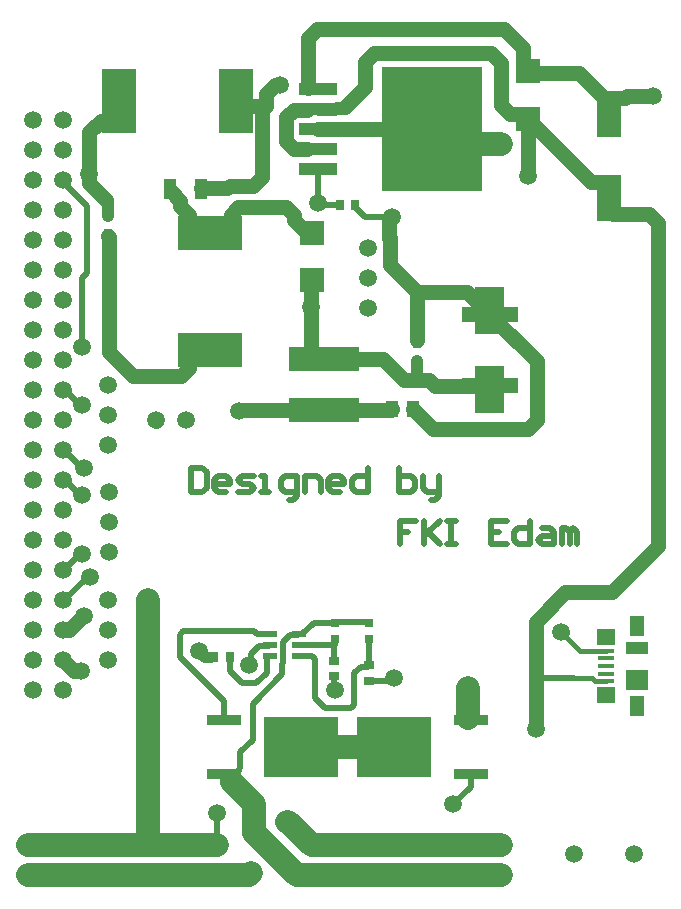
<source format=gbr>
%TF.GenerationSoftware,Altium Limited,Altium Designer,24.8.2 (39)*%
G04 Layer_Physical_Order=1*
G04 Layer_Color=255*
%FSLAX23Y23*%
%MOIN*%
%TF.SameCoordinates,E7E5857B-D81F-4818-B411-2ABEDC566613*%
%TF.FilePolarity,Positive*%
%TF.FileFunction,Copper,L1,Top,Signal*%
%TF.Part,Single*%
G01*
G75*
%TA.AperFunction,SMDPad,CuDef*%
%ADD10R,0.213X0.114*%
%ADD11R,0.045X0.024*%
%ADD12R,0.031X0.037*%
%ADD13R,0.033X0.030*%
%ADD14R,0.079X0.157*%
%ADD15R,0.028X0.028*%
%TA.AperFunction,ConnectorPad*%
%ADD16R,0.051X0.065*%
%ADD17R,0.075X0.071*%
%ADD18R,0.075X0.039*%
%ADD19R,0.061X0.056*%
%ADD20R,0.054X0.018*%
%TA.AperFunction,SMDPad,CuDef*%
%ADD21R,0.043X0.067*%
%ADD22R,0.117X0.038*%
%ADD23R,0.247X0.200*%
%ADD24R,0.126X0.041*%
%ADD25R,0.333X0.415*%
%ADD26R,0.079X0.079*%
%ADD27R,0.044X0.058*%
%ADD28R,0.236X0.079*%
%TA.AperFunction,ConnectorPad*%
%ADD29R,0.114X0.213*%
%TA.AperFunction,SMDPad,CuDef*%
%ADD30R,0.030X0.033*%
%TA.AperFunction,Conductor*%
%ADD31C,0.051*%
%ADD32C,0.020*%
%ADD33C,0.018*%
%ADD34C,0.079*%
%ADD35C,0.035*%
%ADD36C,0.043*%
%ADD37C,0.039*%
%TA.AperFunction,NonConductor*%
%ADD38C,0.020*%
%TA.AperFunction,ComponentPad*%
%ADD39C,0.059*%
%TA.AperFunction,ViaPad*%
%ADD40C,0.059*%
G36*
X1569Y1766D02*
Y1805D01*
X1667D01*
Y1766D01*
X1711D01*
Y1715D01*
X1667D01*
Y1648D01*
X1569D01*
Y1715D01*
X1526D01*
Y1766D01*
X1569D01*
D02*
G37*
G36*
Y2002D02*
Y2069D01*
X1667D01*
Y2002D01*
X1711D01*
Y1951D01*
X1667D01*
Y1911D01*
X1569D01*
Y1951D01*
X1526D01*
Y2002D01*
X1569D01*
D02*
G37*
D10*
X685Y2249D02*
D03*
Y1859D02*
D03*
D11*
X982Y911D02*
D03*
Y874D02*
D03*
Y837D02*
D03*
X884D02*
D03*
Y874D02*
D03*
Y911D02*
D03*
D12*
X751Y835D02*
D03*
X698D02*
D03*
D13*
X1098Y823D02*
D03*
Y772D02*
D03*
X1217Y807D02*
D03*
Y756D02*
D03*
D14*
X2016Y2364D02*
D03*
Y2644D02*
D03*
D15*
X1217Y895D02*
D03*
Y950D02*
D03*
X346Y2248D02*
D03*
Y2303D02*
D03*
X1374Y1823D02*
D03*
Y1878D02*
D03*
X1102Y894D02*
D03*
Y949D02*
D03*
D16*
X2108Y672D02*
D03*
Y938D02*
D03*
D17*
Y760D02*
D03*
D18*
Y866D02*
D03*
D19*
X2007Y707D02*
D03*
Y903D02*
D03*
D20*
X2004Y754D02*
D03*
Y780D02*
D03*
Y805D02*
D03*
Y831D02*
D03*
Y856D02*
D03*
D21*
X654Y2396D02*
D03*
X551D02*
D03*
D22*
X1554Y445D02*
D03*
Y625D02*
D03*
X733Y445D02*
D03*
Y625D02*
D03*
D23*
X1298Y535D02*
D03*
X988D02*
D03*
D24*
X1046Y2661D02*
D03*
Y2594D02*
D03*
Y2528D02*
D03*
Y2461D02*
D03*
Y2728D02*
D03*
D25*
X1425Y2594D02*
D03*
D26*
X1024Y2248D02*
D03*
Y2091D02*
D03*
X1618Y1740D02*
D03*
Y1976D02*
D03*
X1744Y2630D02*
D03*
Y2787D02*
D03*
D27*
X1291Y1661D02*
D03*
X1362D02*
D03*
D28*
X1067Y1829D02*
D03*
Y1659D02*
D03*
D29*
X771Y2690D02*
D03*
X381D02*
D03*
D30*
X1118Y2343D02*
D03*
X1169D02*
D03*
D31*
X283Y2415D02*
Y2444D01*
Y2584D01*
X321Y2621D02*
X349D01*
X384Y2655D02*
Y2666D01*
X349Y2621D02*
X384Y2655D01*
X283Y2584D02*
X321Y2621D01*
X195Y926D02*
X214D01*
X194Y924D02*
X195Y926D01*
X262Y973D02*
X264D01*
X214Y926D02*
X262Y973D01*
X2030Y2311D02*
X2148D01*
X2178Y1206D02*
Y2281D01*
X2024Y1051D02*
X2178Y1206D01*
X2148Y2311D02*
X2178Y2281D01*
X2016Y2325D02*
X2030Y2311D01*
X616Y2281D02*
X648Y2249D01*
X616Y2281D02*
Y2309D01*
X648Y2249D02*
X685D01*
X586Y2339D02*
Y2356D01*
Y2339D02*
X616Y2309D01*
X680Y2239D02*
Y2249D01*
Y2239D02*
X713D01*
X555Y2388D02*
X586Y2356D01*
X350Y1852D02*
Y2236D01*
X346Y2240D02*
X350Y2236D01*
X616Y1799D02*
Y1828D01*
X430Y1773D02*
X590D01*
X350Y1852D02*
X430Y1773D01*
X648Y1859D02*
X685D01*
X616Y1828D02*
X648Y1859D01*
X590Y1773D02*
X616Y1799D01*
X940Y2336D02*
X967Y2309D01*
X1010Y2262D02*
X1024Y2248D01*
X967Y2292D02*
X997Y2262D01*
X967Y2292D02*
Y2309D01*
X997Y2262D02*
X1010D01*
X780Y2336D02*
X940D01*
X829Y2406D02*
X859Y2436D01*
X751Y2406D02*
X829D01*
X754Y2281D02*
Y2309D01*
X741Y2397D02*
X751Y2406D01*
X657Y2397D02*
X741D01*
X713Y2239D02*
X754Y2281D01*
X859Y2436D02*
Y2667D01*
X754Y2309D02*
X780Y2336D01*
X776Y2673D02*
X872D01*
X1136Y2669D02*
X1201Y2734D01*
X1046Y2594D02*
X1425D01*
X1201Y2734D02*
Y2820D01*
X938Y2555D02*
Y2634D01*
X964Y2660D01*
X938Y2555D02*
X964Y2529D01*
X1008D01*
X964Y2660D02*
X1008D01*
X1744Y2787D02*
X1748Y2783D01*
X1730Y2801D02*
X1744Y2787D01*
X1283Y2233D02*
Y2293D01*
X1291Y2301D01*
X1285Y2141D02*
Y2231D01*
Y2141D02*
X1374Y2053D01*
X1291Y2301D02*
Y2303D01*
X1283Y2233D02*
X1285Y2231D01*
X283Y2415D02*
X339Y2360D01*
X1043Y2929D02*
X1665D01*
X1730Y2801D02*
Y2864D01*
X1665Y2929D02*
X1730Y2864D01*
X1623Y2850D02*
X1657Y2816D01*
Y2674D02*
Y2816D01*
X1231Y2850D02*
X1623D01*
X2077Y2705D02*
X2161D01*
X2069Y2697D02*
X2077Y2705D01*
X2030Y2697D02*
X2069D01*
X2016Y2683D02*
X2030Y2697D01*
X2016Y2644D02*
Y2683D01*
X1915Y2783D02*
X2016Y2683D01*
X1748Y2783D02*
X1915D01*
X1744Y1594D02*
X1774Y1624D01*
Y1821D01*
X1857Y918D02*
X1859D01*
X1542Y2053D02*
X1618Y1976D01*
X1374Y2053D02*
X1542D01*
X1374Y1891D02*
Y2053D01*
X1618Y1976D02*
X1774Y1821D01*
X1430Y1594D02*
X1744D01*
X1362Y1661D02*
X1363D01*
X1430Y1594D01*
X1013Y2899D02*
X1043Y2929D01*
X1013Y2733D02*
Y2899D01*
X346Y925D02*
X346Y925D01*
X1035Y1829D02*
X1067D01*
X1022Y1843D02*
Y2001D01*
Y1843D02*
X1035Y1829D01*
X1022Y2001D02*
X1023Y2002D01*
Y2090D02*
X1024Y2091D01*
X1023Y2002D02*
Y2090D01*
X781Y1654D02*
X784D01*
X790Y1659D02*
X1067D01*
X784Y1654D02*
X790Y1659D01*
X196Y824D02*
X232Y789D01*
X194Y824D02*
X196D01*
X232Y789D02*
X255D01*
X257Y787D01*
X1687Y2644D02*
X1730D01*
X1657Y2674D02*
X1687Y2644D01*
X872Y2673D02*
Y2712D01*
X775Y2674D02*
X776Y2673D01*
X902Y2742D02*
X920D01*
X872Y2712D02*
X902Y2742D01*
X1744Y2439D02*
Y2630D01*
X1772Y817D02*
Y858D01*
X505Y1623D02*
Y1626D01*
X346Y825D02*
X346Y825D01*
X194Y824D02*
X194Y825D01*
X1067Y1659D02*
X1068Y1660D01*
X1290D02*
X1291Y1661D01*
X1068Y1660D02*
X1290D01*
X1374Y1760D02*
X1417D01*
X1331D02*
X1374D01*
X1437Y1740D02*
X1618D01*
X1417Y1760D02*
X1437Y1740D01*
X1146Y1829D02*
X1262D01*
X1331Y1760D01*
X1730Y2644D02*
X1744Y2630D01*
X1201Y2820D02*
X1231Y2850D01*
X1957Y2417D02*
X2002D01*
X1744Y2630D02*
X1957Y2417D01*
X2002D02*
X2016Y2404D01*
Y2364D02*
Y2404D01*
X1772Y858D02*
Y953D01*
Y764D02*
Y817D01*
Y594D02*
Y764D01*
Y953D02*
X1870Y1051D01*
X2024D01*
X2016Y2325D02*
Y2364D01*
D32*
X194Y1524D02*
X199D01*
X259Y1465D02*
X264D01*
X199Y1524D02*
X259Y1465D01*
X201Y1417D02*
X209D01*
X252Y1374D01*
X260D01*
X194Y1424D02*
X201Y1417D01*
X194Y1724D02*
X201D01*
X251Y1674D01*
X259D01*
X1165Y2339D02*
X1201Y2303D01*
X1217Y756D02*
X1281D01*
X1289Y764D01*
X828Y560D02*
Y680D01*
X925Y777D01*
X784Y517D02*
X828Y560D01*
X1167Y676D02*
Y782D01*
X1156Y664D02*
X1167Y676D01*
Y782D02*
X1189Y803D01*
X1213D02*
X1217Y807D01*
X1189Y803D02*
X1213D01*
X1098Y728D02*
X1103Y724D01*
X1098Y728D02*
Y762D01*
X1035Y697D02*
X1068Y665D01*
X1124Y664D02*
X1156D01*
X1124Y665D02*
X1124Y664D01*
X1068Y665D02*
X1124D01*
X823Y814D02*
Y846D01*
X816Y807D02*
X823Y814D01*
Y846D02*
X850Y872D01*
X882D02*
X884Y874D01*
X850Y872D02*
X882D01*
Y835D02*
X884Y837D01*
X873Y833D02*
X875Y831D01*
Y782D02*
Y831D01*
X840Y747D02*
X875Y782D01*
X791Y747D02*
X840D01*
X873Y835D02*
X882D01*
X925Y777D02*
Y813D01*
X751Y788D02*
Y829D01*
X873Y833D02*
Y835D01*
X751Y788D02*
X791Y747D01*
X733Y625D02*
Y688D01*
X831Y921D02*
X841Y911D01*
X884D01*
X586Y910D02*
X597Y921D01*
X586Y835D02*
X733Y688D01*
X586Y835D02*
Y910D01*
X597Y921D02*
X831D01*
X253Y1179D02*
X258D01*
X194Y1124D02*
X199D01*
X253Y1179D01*
X260Y1868D02*
Y2100D01*
X276Y2116D01*
Y2337D01*
X1201Y2303D02*
X1291D01*
X1164Y2339D02*
X1165D01*
X1772Y764D02*
X1900D01*
X1100Y874D02*
Y875D01*
Y825D02*
Y874D01*
X1101D01*
X982D02*
X1100D01*
X1101D02*
X1102Y875D01*
Y894D01*
X1098Y823D02*
X1100Y825D01*
X982Y837D02*
X1026D01*
X1035Y697D02*
Y827D01*
X1026Y837D02*
X1035Y827D01*
X1032Y950D02*
X1102D01*
X1217Y807D02*
Y894D01*
X709Y207D02*
Y316D01*
X784Y466D02*
Y517D01*
X772Y446D02*
X781Y455D01*
Y463D02*
X784Y466D01*
X733Y446D02*
X772D01*
X781Y455D02*
Y463D01*
X279Y1103D02*
X285D01*
X194Y1024D02*
X200D01*
X279Y1103D01*
X194Y2420D02*
X276Y2337D01*
X1046Y2354D02*
Y2442D01*
X1058Y2343D02*
X1118D01*
X339Y2360D02*
X346Y2352D01*
X194Y2420D02*
Y2424D01*
X346Y1743D02*
Y1753D01*
X194Y1024D02*
Y1028D01*
X928Y816D02*
Y886D01*
X952Y909D01*
X980D02*
X982Y911D01*
X952Y909D02*
X980D01*
X925Y813D02*
X928Y816D01*
X1496Y344D02*
X1554Y401D01*
Y445D01*
X350Y1283D02*
Y1285D01*
X1067Y1829D02*
X1146D01*
X993Y911D02*
X1032Y950D01*
X982Y911D02*
X993D01*
X1102Y950D02*
X1103Y951D01*
X1216D01*
D33*
X1857Y918D02*
X1919Y856D01*
X2004D01*
X1900Y764D02*
X1960D01*
X2004Y754D02*
Y754D01*
X1969Y754D02*
X2004D01*
X1960Y764D02*
X1969Y754D01*
D34*
X832Y250D02*
Y345D01*
Y250D02*
X974Y107D01*
X1339D01*
X394D02*
X709D01*
X815D01*
X822Y114D01*
X946Y285D02*
X1024Y207D01*
X1339D01*
X943Y285D02*
X946D01*
X1547Y631D02*
Y732D01*
X758Y419D02*
X832Y345D01*
X1339Y107D02*
X1654D01*
X1339Y207D02*
X1654D01*
X479D02*
X709D01*
X394D02*
X479D01*
X480Y209D01*
X79Y207D02*
X394D01*
X79Y107D02*
X394D01*
X480Y209D02*
Y1026D01*
X1425Y2594D02*
X1474Y2545D01*
X1655D01*
X988Y535D02*
X1298D01*
D35*
X649Y852D02*
Y855D01*
Y852D02*
X666Y836D01*
X688D01*
D36*
X1046Y2661D02*
X1047Y2662D01*
X1102D02*
X1106Y2666D01*
X1126D01*
X1047Y2662D02*
X1102D01*
X1129Y2669D02*
X1136D01*
X1126Y2666D02*
X1129Y2669D01*
D37*
X346Y2305D02*
Y2352D01*
X1374Y1760D02*
Y1821D01*
D38*
X1372Y1290D02*
X1320D01*
Y1251D01*
X1346D01*
X1320D01*
Y1212D01*
X1399Y1290D02*
Y1212D01*
Y1238D01*
X1451Y1290D01*
X1412Y1251D01*
X1451Y1212D01*
X1477Y1290D02*
X1504D01*
X1490D01*
Y1212D01*
X1477D01*
X1504D01*
X1674Y1290D02*
X1622D01*
Y1212D01*
X1674D01*
X1622Y1251D02*
X1648D01*
X1753Y1290D02*
Y1212D01*
X1713D01*
X1700Y1225D01*
Y1251D01*
X1713Y1264D01*
X1753D01*
X1792D02*
X1818D01*
X1832Y1251D01*
Y1212D01*
X1792D01*
X1779Y1225D01*
X1792Y1238D01*
X1832D01*
X1858Y1212D02*
Y1264D01*
X1871D01*
X1884Y1251D01*
Y1212D01*
Y1251D01*
X1897Y1264D01*
X1910Y1251D01*
Y1212D01*
X621Y1464D02*
Y1385D01*
X660D01*
X674Y1399D01*
Y1451D01*
X660Y1464D01*
X621D01*
X739Y1385D02*
X713D01*
X700Y1399D01*
Y1425D01*
X713Y1438D01*
X739D01*
X752Y1425D01*
Y1412D01*
X700D01*
X778Y1385D02*
X818D01*
X831Y1399D01*
X818Y1412D01*
X792D01*
X778Y1425D01*
X792Y1438D01*
X831D01*
X857Y1385D02*
X883D01*
X870D01*
Y1438D01*
X857D01*
X949Y1359D02*
X962D01*
X975Y1372D01*
Y1438D01*
X936D01*
X923Y1425D01*
Y1399D01*
X936Y1385D01*
X975D01*
X1002D02*
Y1438D01*
X1041D01*
X1054Y1425D01*
Y1385D01*
X1120D02*
X1093D01*
X1080Y1399D01*
Y1425D01*
X1093Y1438D01*
X1120D01*
X1133Y1425D01*
Y1412D01*
X1080D01*
X1211Y1464D02*
Y1385D01*
X1172D01*
X1159Y1399D01*
Y1425D01*
X1172Y1438D01*
X1211D01*
X1316Y1464D02*
Y1385D01*
X1356D01*
X1369Y1399D01*
Y1412D01*
Y1425D01*
X1356Y1438D01*
X1316D01*
X1395D02*
Y1399D01*
X1408Y1385D01*
X1448D01*
Y1372D01*
X1434Y1359D01*
X1421D01*
X1448Y1385D02*
Y1438D01*
D39*
X1211Y2000D02*
D03*
Y2100D02*
D03*
Y2200D02*
D03*
X2098Y177D02*
D03*
X1898D02*
D03*
X194Y724D02*
D03*
Y824D02*
D03*
Y1024D02*
D03*
Y1124D02*
D03*
Y1224D02*
D03*
Y1324D02*
D03*
Y1424D02*
D03*
Y1524D02*
D03*
Y1624D02*
D03*
Y1724D02*
D03*
Y1824D02*
D03*
Y1924D02*
D03*
Y2024D02*
D03*
Y2124D02*
D03*
Y2224D02*
D03*
Y2324D02*
D03*
Y2424D02*
D03*
Y2524D02*
D03*
Y2624D02*
D03*
X94Y724D02*
D03*
Y824D02*
D03*
Y924D02*
D03*
Y1024D02*
D03*
Y1124D02*
D03*
Y1224D02*
D03*
Y1324D02*
D03*
Y1424D02*
D03*
Y1524D02*
D03*
Y1624D02*
D03*
Y1724D02*
D03*
Y1824D02*
D03*
Y1924D02*
D03*
Y2024D02*
D03*
Y2124D02*
D03*
Y2224D02*
D03*
Y2324D02*
D03*
Y2424D02*
D03*
Y2524D02*
D03*
Y2624D02*
D03*
X194Y924D02*
D03*
X346Y1025D02*
D03*
Y825D02*
D03*
Y925D02*
D03*
X505Y1626D02*
D03*
X605D02*
D03*
X79Y207D02*
D03*
Y107D02*
D03*
X394Y207D02*
D03*
Y107D02*
D03*
X709Y207D02*
D03*
Y107D02*
D03*
X1024Y207D02*
D03*
Y107D02*
D03*
X1339Y207D02*
D03*
Y107D02*
D03*
X1654Y207D02*
D03*
Y107D02*
D03*
X350Y1185D02*
D03*
Y1285D02*
D03*
Y1385D02*
D03*
X346Y1543D02*
D03*
Y1643D02*
D03*
Y1743D02*
D03*
D40*
X264Y1465D02*
D03*
X260Y1374D02*
D03*
X259Y1674D02*
D03*
X1299Y764D02*
D03*
X822Y114D02*
D03*
X943Y285D02*
D03*
X1103Y724D02*
D03*
X816Y807D02*
D03*
X649Y855D02*
D03*
X264Y973D02*
D03*
X258Y1179D02*
D03*
X260Y1868D02*
D03*
X283Y2444D02*
D03*
X2161Y2705D02*
D03*
X1857Y918D02*
D03*
X1291Y2303D02*
D03*
X1547Y732D02*
D03*
X781Y1654D02*
D03*
X709Y316D02*
D03*
X480Y1026D02*
D03*
X257Y787D02*
D03*
X285Y1103D02*
D03*
X1022Y2001D02*
D03*
X1046Y2349D02*
D03*
X1496Y344D02*
D03*
X1772Y594D02*
D03*
X1655Y2545D02*
D03*
X1744Y2439D02*
D03*
X920Y2742D02*
D03*
%TF.MD5,e11414fbb9229d390a096c2f7138c01c*%
M02*

</source>
